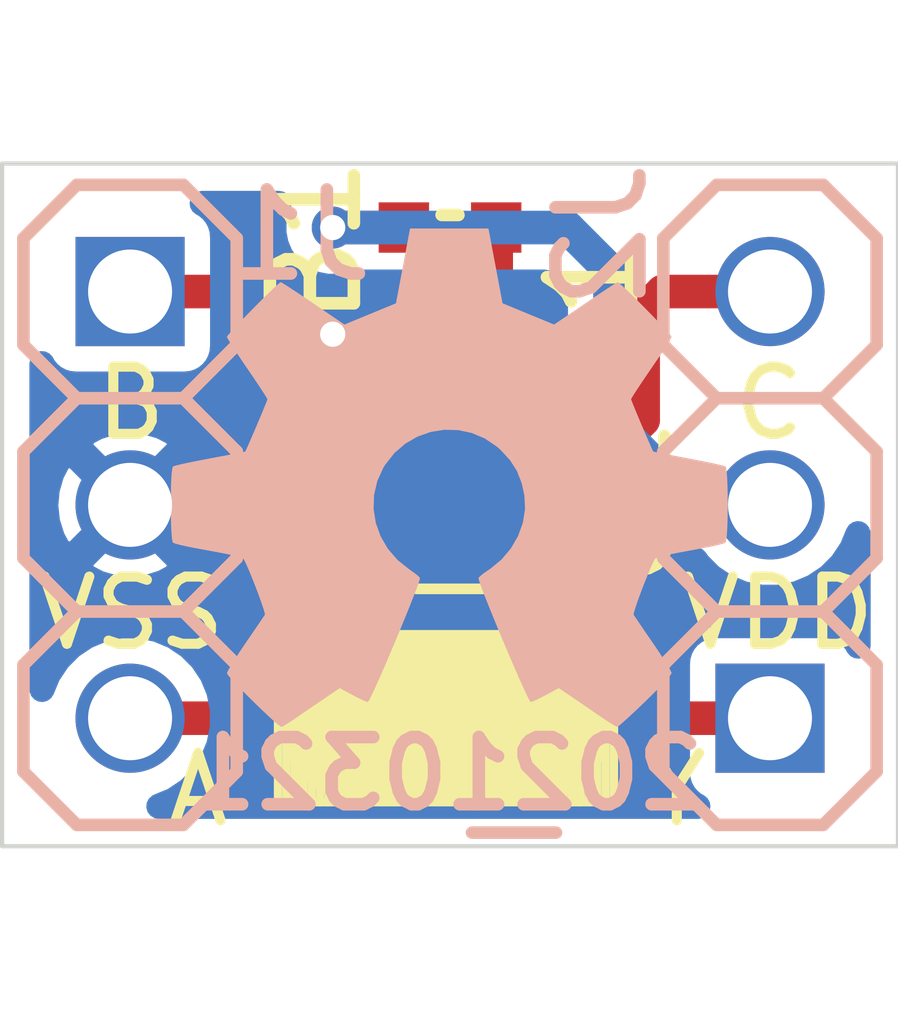
<source format=kicad_pcb>
(kicad_pcb (version 20171130) (host pcbnew 5.1.9-73d0e3b20d~88~ubuntu20.10.1)

  (general
    (thickness 1.6)
    (drawings 10)
    (tracks 40)
    (zones 0)
    (modules 8)
    (nets 8)
  )

  (page A4)
  (layers
    (0 F.Cu signal)
    (31 B.Cu signal)
    (32 B.Adhes user)
    (33 F.Adhes user)
    (34 B.Paste user)
    (35 F.Paste user)
    (36 B.SilkS user)
    (37 F.SilkS user)
    (38 B.Mask user)
    (39 F.Mask user)
    (40 Dwgs.User user)
    (41 Cmts.User user)
    (42 Eco1.User user)
    (43 Eco2.User user)
    (44 Edge.Cuts user)
    (45 Margin user)
    (46 B.CrtYd user)
    (47 F.CrtYd user)
    (48 B.Fab user)
    (49 F.Fab user)
  )

  (setup
    (last_trace_width 0.4)
    (user_trace_width 0.2)
    (user_trace_width 0.3)
    (user_trace_width 0.4)
    (user_trace_width 0.6)
    (user_trace_width 0.8)
    (user_trace_width 1)
    (user_trace_width 1.2)
    (user_trace_width 1.4)
    (user_trace_width 1.6)
    (user_trace_width 2)
    (trace_clearance 0.2)
    (zone_clearance 0.3)
    (zone_45_only no)
    (trace_min 0.1524)
    (via_size 0.8)
    (via_drill 0.4)
    (via_min_size 0.381)
    (via_min_drill 0.254)
    (user_via 0.4 0.254)
    (user_via 0.5 0.3)
    (user_via 0.6 0.4)
    (user_via 0.8 0.6)
    (user_via 1.1 0.8)
    (user_via 1.3 1)
    (user_via 1.5 1.2)
    (user_via 1.7 1.4)
    (user_via 1.9 1.6)
    (user_via 2.5 2)
    (uvia_size 0.3)
    (uvia_drill 0.1)
    (uvias_allowed no)
    (uvia_min_size 0.2)
    (uvia_min_drill 0.1)
    (edge_width 0.05)
    (segment_width 0.2)
    (pcb_text_width 0.3)
    (pcb_text_size 1.5 1.5)
    (mod_edge_width 0.12)
    (mod_text_size 0.8 0.8)
    (mod_text_width 0.12)
    (pad_size 0.4 0.6)
    (pad_drill 0)
    (pad_to_mask_clearance 0.0762)
    (solder_mask_min_width 0.1016)
    (pad_to_paste_clearance_ratio -0.1)
    (aux_axis_origin 0 0)
    (visible_elements FFFFFF7F)
    (pcbplotparams
      (layerselection 0x010fc_ffffffff)
      (usegerberextensions false)
      (usegerberattributes true)
      (usegerberadvancedattributes true)
      (creategerberjobfile true)
      (excludeedgelayer true)
      (linewidth 0.100000)
      (plotframeref false)
      (viasonmask false)
      (mode 1)
      (useauxorigin false)
      (hpglpennumber 1)
      (hpglpenspeed 20)
      (hpglpendiameter 15.000000)
      (psnegative false)
      (psa4output false)
      (plotreference true)
      (plotvalue true)
      (plotinvisibletext false)
      (padsonsilk false)
      (subtractmaskfromsilk false)
      (outputformat 1)
      (mirror false)
      (drillshape 1)
      (scaleselection 1)
      (outputdirectory ""))
  )

  (net 0 "")
  (net 1 /VSS)
  (net 2 "Net-(C1-Pad1)")
  (net 3 /VDD)
  (net 4 /A)
  (net 5 /B)
  (net 6 /C)
  (net 7 /Y)

  (net_class Default "This is the default net class."
    (clearance 0.2)
    (trace_width 0.25)
    (via_dia 0.8)
    (via_drill 0.4)
    (uvia_dia 0.3)
    (uvia_drill 0.1)
    (add_net /A)
    (add_net /B)
    (add_net /C)
    (add_net /VDD)
    (add_net /VSS)
    (add_net /Y)
    (add_net "Net-(C1-Pad1)")
  )

  (module SquantorIC:SOT363 (layer F.Cu) (tedit 6057633D) (tstamp 6057C241)
    (at 152.4 80.01 270)
    (descr "SOT363 Plastic surface-mounted package; 6 leads SC-88 NXP specified")
    (tags "SOT363 SC-88 NXP")
    (path /6057600F)
    (fp_text reference U1 (at -0.01 -2.1 90) (layer F.SilkS)
      (effects (font (size 1 1) (thickness 0.15)))
    )
    (fp_text value Generic_LL_6pin (at 0.09 -2 90) (layer F.Fab)
      (effects (font (size 1 1) (thickness 0.15)))
    )
    (fp_line (start -1.3 1.5) (end -1.3 -1.5) (layer F.CrtYd) (width 0.05))
    (fp_line (start 1.3 1.5) (end -1.3 1.5) (layer F.CrtYd) (width 0.05))
    (fp_line (start 1.3 -1.5) (end 1.3 1.5) (layer F.CrtYd) (width 0.05))
    (fp_line (start -1.3 -1.5) (end 1.3 -1.5) (layer F.CrtYd) (width 0.05))
    (fp_poly (pts (xy -0.775 -0.625) (xy -0.525 -0.625) (xy -0.525 -0.925) (xy -0.775 -0.925)) (layer Dwgs.User) (width 0))
    (fp_poly (pts (xy -0.775 0.925) (xy -0.525 0.925) (xy -0.525 0.625) (xy -0.775 0.625)) (layer Dwgs.User) (width 0))
    (fp_poly (pts (xy 0.525 0.925) (xy 0.775 0.925) (xy 0.775 0.625) (xy 0.525 0.625)) (layer Dwgs.User) (width 0))
    (fp_poly (pts (xy -0.125 0.925) (xy 0.125 0.925) (xy 0.125 0.625) (xy -0.125 0.625)) (layer Dwgs.User) (width 0))
    (fp_poly (pts (xy 0.525 -0.625) (xy 0.775 -0.625) (xy 0.775 -0.925) (xy 0.525 -0.925)) (layer Dwgs.User) (width 0))
    (fp_poly (pts (xy -0.125 -0.625) (xy 0.125 -0.625) (xy 0.125 -0.925) (xy -0.125 -0.925)) (layer Dwgs.User) (width 0))
    (fp_line (start -1 0.4) (end -1 -0.4) (layer F.SilkS) (width 0.127))
    (fp_line (start 1 0.4) (end 1 -0.4) (layer F.SilkS) (width 0.127))
    (fp_line (start 1 0.625) (end -1 0.625) (layer Dwgs.User) (width 0.127))
    (fp_line (start -1 -0.625) (end 1 -0.625) (layer Dwgs.User) (width 0.127))
    (fp_line (start 1 0.625) (end 1 -0.625) (layer Dwgs.User) (width 0.127))
    (fp_line (start -1 -0.625) (end -1 0.625) (layer Dwgs.User) (width 0.127))
    (fp_line (start -1.3 1.5) (end -1.3 1) (layer F.SilkS) (width 0.12))
    (fp_line (start -1.3 1.5) (end -0.8 1.5) (layer F.SilkS) (width 0.12))
    (pad 3 smd rect (at 0.75 0.9 270) (size 0.6 0.6) (layers F.Cu F.Paste F.Mask)
      (net 4 /A))
    (pad 2 smd rect (at 0 0.9 270) (size 0.4 0.6) (layers F.Cu F.Paste F.Mask)
      (net 1 /VSS) (zone_connect 2))
    (pad 1 smd rect (at -0.75 0.9 270) (size 0.6 0.6) (layers F.Cu F.Paste F.Mask)
      (net 5 /B))
    (pad 4 smd rect (at 0.75 -0.9 270) (size 0.6 0.6) (layers F.Cu F.Paste F.Mask)
      (net 7 /Y))
    (pad 5 smd rect (at 0 -0.9 270) (size 0.4 0.6) (layers F.Cu F.Paste F.Mask)
      (net 2 "Net-(C1-Pad1)"))
    (pad 6 smd rect (at -0.75 -0.9 270) (size 0.6 0.6) (layers F.Cu F.Paste F.Mask)
      (net 6 /C))
    (model ${KISYS3DMOD}/Package_TO_SOT_SMD.3dshapes/SOT-363_SC-70-6.step
      (at (xyz 0 0 0))
      (scale (xyz 1 1 1))
      (rotate (xyz 0 0 90))
    )
  )

  (module SquantorLabels:Label_Note_small (layer F.Cu) (tedit 59D3F481) (tstamp 6057C225)
    (at 149.352 82.55)
    (path /6062FA2E)
    (fp_text reference N3 (at -0.05 -2.3) (layer F.Fab) hide
      (effects (font (size 1 1) (thickness 0.15)))
    )
    (fp_text value Type (at 3.154001 0) (layer F.SilkS)
      (effects (font (size 1 1) (thickness 0.15)))
    )
    (fp_line (start 4.9 -1) (end 4.9 1) (layer F.SilkS) (width 0.1))
    (fp_line (start 4.8 -1) (end 4.9 -1) (layer F.SilkS) (width 0.1))
    (fp_line (start 4.8 1) (end 4.8 -1) (layer F.SilkS) (width 0.1))
    (fp_line (start 4.7 -1) (end 4.7 1) (layer F.SilkS) (width 0.1))
    (fp_line (start 4.6 1) (end 4.6 -1) (layer F.SilkS) (width 0.1))
    (fp_line (start 4.5 -1) (end 4.5 1) (layer F.SilkS) (width 0.1))
    (fp_line (start 4.4 1) (end 4.4 -1) (layer F.SilkS) (width 0.1))
    (fp_line (start 4.3 -1) (end 4.3 1) (layer F.SilkS) (width 0.1))
    (fp_line (start 1.7 1) (end 1.7 -1) (layer F.SilkS) (width 0.1))
    (fp_line (start 1.6 -1) (end 1.6 1) (layer F.SilkS) (width 0.1))
    (fp_line (start 1.5 1) (end 1.5 -1) (layer F.SilkS) (width 0.1))
    (fp_line (start 1.4 -1) (end 1.4 1) (layer F.SilkS) (width 0.1))
    (fp_line (start 1.3 1) (end 1.3 -1) (layer F.SilkS) (width 0.1))
    (fp_line (start 1.2 -1) (end 1.2 1) (layer F.SilkS) (width 0.1))
    (fp_line (start 1.1 1) (end 1.1 -1) (layer F.SilkS) (width 0.1))
    (fp_line (start 1 1) (end 1 -1) (layer F.SilkS) (width 0.1))
    (fp_line (start 5 1) (end 1 1) (layer F.SilkS) (width 0.1))
    (fp_line (start 5 -1) (end 5 1) (layer F.SilkS) (width 0.1))
    (fp_line (start 1 -1) (end 5 -1) (layer F.SilkS) (width 0.1))
    (fp_line (start 2 0) (end 4 0) (layer F.SilkS) (width 2))
  )

  (module SquantorConnectors:Header-0254-1X03-H010 (layer B.Cu) (tedit 5BE2003D) (tstamp 6057C201)
    (at 156.21 80.01 90)
    (descr "PIN HEADER")
    (tags "PIN HEADER")
    (path /60578A32)
    (attr virtual)
    (fp_text reference J2 (at 3.21 -2.01 270) (layer B.SilkS)
      (effects (font (size 1 1) (thickness 0.15)) (justify mirror))
    )
    (fp_text value Conn_01x03 (at 0 -2.1 270) (layer B.Fab)
      (effects (font (size 1 1) (thickness 0.15)) (justify mirror))
    )
    (fp_line (start -3.175 1.27) (end -1.905 1.27) (layer B.SilkS) (width 0.15))
    (fp_line (start -1.905 1.27) (end -1.27 0.635) (layer B.SilkS) (width 0.15))
    (fp_line (start -1.27 0.635) (end -1.27 -0.635) (layer B.SilkS) (width 0.15))
    (fp_line (start -1.27 -0.635) (end -1.905 -1.27) (layer B.SilkS) (width 0.15))
    (fp_line (start -1.27 0.635) (end -0.635 1.27) (layer B.SilkS) (width 0.15))
    (fp_line (start -0.635 1.27) (end 0.635 1.27) (layer B.SilkS) (width 0.15))
    (fp_line (start 0.635 1.27) (end 1.27 0.635) (layer B.SilkS) (width 0.15))
    (fp_line (start 1.27 0.635) (end 1.27 -0.635) (layer B.SilkS) (width 0.15))
    (fp_line (start 1.27 -0.635) (end 0.635 -1.27) (layer B.SilkS) (width 0.15))
    (fp_line (start 0.635 -1.27) (end -0.635 -1.27) (layer B.SilkS) (width 0.15))
    (fp_line (start -0.635 -1.27) (end -1.27 -0.635) (layer B.SilkS) (width 0.15))
    (fp_line (start -3.81 0.635) (end -3.81 -0.635) (layer B.SilkS) (width 0.15))
    (fp_line (start -3.175 1.27) (end -3.81 0.635) (layer B.SilkS) (width 0.15))
    (fp_line (start -3.81 -0.635) (end -3.175 -1.27) (layer B.SilkS) (width 0.15))
    (fp_line (start -1.905 -1.27) (end -3.175 -1.27) (layer B.SilkS) (width 0.15))
    (fp_line (start 1.27 0.635) (end 1.905 1.27) (layer B.SilkS) (width 0.15))
    (fp_line (start 1.905 1.27) (end 3.175 1.27) (layer B.SilkS) (width 0.15))
    (fp_line (start 3.175 1.27) (end 3.81 0.635) (layer B.SilkS) (width 0.15))
    (fp_line (start 3.81 0.635) (end 3.81 -0.635) (layer B.SilkS) (width 0.15))
    (fp_line (start 3.81 -0.635) (end 3.175 -1.27) (layer B.SilkS) (width 0.15))
    (fp_line (start 3.175 -1.27) (end 1.905 -1.27) (layer B.SilkS) (width 0.15))
    (fp_line (start 1.905 -1.27) (end 1.27 -0.635) (layer B.SilkS) (width 0.15))
    (pad 3 thru_hole circle (at 2.54 0 270) (size 1.3 1.3) (drill 1) (layers *.Cu *.Mask)
      (net 6 /C))
    (pad 2 thru_hole circle (at 0 0 270) (size 1.3 1.3) (drill 1) (layers *.Cu *.Mask)
      (net 3 /VDD))
    (pad 1 thru_hole rect (at -2.54 0 270) (size 1.3 1.3) (drill 1) (layers *.Cu *.Mask)
      (net 7 /Y))
  )

  (module SquantorConnectors:Header-0254-1X03-H010 (layer B.Cu) (tedit 5BE2003D) (tstamp 6057C1E4)
    (at 148.59 80.01 270)
    (descr "PIN HEADER")
    (tags "PIN HEADER")
    (path /605792D7)
    (attr virtual)
    (fp_text reference J1 (at -3.21 -2.01) (layer B.SilkS)
      (effects (font (size 1 1) (thickness 0.15)) (justify mirror))
    )
    (fp_text value Conn_01x03 (at 0 -2.1 270) (layer B.Fab)
      (effects (font (size 1 1) (thickness 0.15)) (justify mirror))
    )
    (fp_line (start -3.175 1.27) (end -1.905 1.27) (layer B.SilkS) (width 0.15))
    (fp_line (start -1.905 1.27) (end -1.27 0.635) (layer B.SilkS) (width 0.15))
    (fp_line (start -1.27 0.635) (end -1.27 -0.635) (layer B.SilkS) (width 0.15))
    (fp_line (start -1.27 -0.635) (end -1.905 -1.27) (layer B.SilkS) (width 0.15))
    (fp_line (start -1.27 0.635) (end -0.635 1.27) (layer B.SilkS) (width 0.15))
    (fp_line (start -0.635 1.27) (end 0.635 1.27) (layer B.SilkS) (width 0.15))
    (fp_line (start 0.635 1.27) (end 1.27 0.635) (layer B.SilkS) (width 0.15))
    (fp_line (start 1.27 0.635) (end 1.27 -0.635) (layer B.SilkS) (width 0.15))
    (fp_line (start 1.27 -0.635) (end 0.635 -1.27) (layer B.SilkS) (width 0.15))
    (fp_line (start 0.635 -1.27) (end -0.635 -1.27) (layer B.SilkS) (width 0.15))
    (fp_line (start -0.635 -1.27) (end -1.27 -0.635) (layer B.SilkS) (width 0.15))
    (fp_line (start -3.81 0.635) (end -3.81 -0.635) (layer B.SilkS) (width 0.15))
    (fp_line (start -3.175 1.27) (end -3.81 0.635) (layer B.SilkS) (width 0.15))
    (fp_line (start -3.81 -0.635) (end -3.175 -1.27) (layer B.SilkS) (width 0.15))
    (fp_line (start -1.905 -1.27) (end -3.175 -1.27) (layer B.SilkS) (width 0.15))
    (fp_line (start 1.27 0.635) (end 1.905 1.27) (layer B.SilkS) (width 0.15))
    (fp_line (start 1.905 1.27) (end 3.175 1.27) (layer B.SilkS) (width 0.15))
    (fp_line (start 3.175 1.27) (end 3.81 0.635) (layer B.SilkS) (width 0.15))
    (fp_line (start 3.81 0.635) (end 3.81 -0.635) (layer B.SilkS) (width 0.15))
    (fp_line (start 3.81 -0.635) (end 3.175 -1.27) (layer B.SilkS) (width 0.15))
    (fp_line (start 3.175 -1.27) (end 1.905 -1.27) (layer B.SilkS) (width 0.15))
    (fp_line (start 1.905 -1.27) (end 1.27 -0.635) (layer B.SilkS) (width 0.15))
    (pad 3 thru_hole circle (at 2.54 0 90) (size 1.3 1.3) (drill 1) (layers *.Cu *.Mask)
      (net 4 /A))
    (pad 2 thru_hole circle (at 0 0 90) (size 1.3 1.3) (drill 1) (layers *.Cu *.Mask)
      (net 1 /VSS))
    (pad 1 thru_hole rect (at -2.54 0 90) (size 1.3 1.3) (drill 1) (layers *.Cu *.Mask)
      (net 5 /B))
  )

  (module SquantorRcl:L_0402 (layer F.Cu) (tedit 5D554A2D) (tstamp 6057C1C7)
    (at 152.4 76.708 180)
    (descr "Inductor SMD 0402")
    (tags "Inductor 0402")
    (path /605770DE)
    (attr smd)
    (fp_text reference FB1 (at 1.6 -0.592 90) (layer F.SilkS)
      (effects (font (size 1 1) (thickness 0.15)))
    )
    (fp_text value 600 (at 1.6 -0.592 90) (layer F.Fab)
      (effects (font (size 1 1) (thickness 0.15)))
    )
    (fp_line (start -0.5 0.25) (end -0.5 -0.25) (layer F.Fab) (width 0.1))
    (fp_line (start 0.5 0.25) (end -0.5 0.25) (layer F.Fab) (width 0.1))
    (fp_line (start 0.5 -0.25) (end 0.5 0.25) (layer F.Fab) (width 0.1))
    (fp_line (start -0.5 -0.25) (end 0.5 -0.25) (layer F.Fab) (width 0.1))
    (fp_line (start -1.1 -0.55) (end 1.1 -0.55) (layer F.CrtYd) (width 0.05))
    (fp_line (start -1.1 0.55) (end 1.1 0.55) (layer F.CrtYd) (width 0.05))
    (fp_line (start -1.1 -0.55) (end -1.1 0.55) (layer F.CrtYd) (width 0.05))
    (fp_line (start 1.1 -0.55) (end 1.1 0.55) (layer F.CrtYd) (width 0.05))
    (fp_line (start -0.1 -0.15) (end 0.1 -0.15) (layer F.SilkS) (width 0.15))
    (fp_line (start -0.1 0.15) (end 0.1 0.15) (layer F.SilkS) (width 0.15))
    (pad 2 smd rect (at 0.55 0 180) (size 0.6 0.6) (layers F.Cu F.Paste F.Mask)
      (net 3 /VDD))
    (pad 1 smd rect (at -0.55 0 180) (size 0.6 0.6) (layers F.Cu F.Paste F.Mask)
      (net 2 "Net-(C1-Pad1)"))
    (model ${KISYS3DMOD}/Inductor_SMD.3dshapes/L_0402_1005Metric.step
      (at (xyz 0 0 0))
      (scale (xyz 1 1 1))
      (rotate (xyz 0 0 0))
    )
  )

  (module SquantorRcl:C_0402 (layer F.Cu) (tedit 5D442507) (tstamp 6057C1B7)
    (at 152.4 77.978 180)
    (descr "Capacitor SMD 0402, reflow soldering, AVX (see smccp.pdf)")
    (tags "capacitor 0402")
    (path /60576770)
    (zone_connect 2)
    (attr smd)
    (fp_text reference C1 (at -1.7 0.178 90) (layer F.SilkS)
      (effects (font (size 1 1) (thickness 0.15)))
    )
    (fp_text value 1u (at -1.7 0.078 90) (layer F.Fab)
      (effects (font (size 1 1) (thickness 0.15)))
    )
    (fp_line (start -0.5 0.25) (end -0.5 -0.25) (layer F.Fab) (width 0.1))
    (fp_line (start 0.5 0.25) (end -0.5 0.25) (layer F.Fab) (width 0.1))
    (fp_line (start 0.5 -0.25) (end 0.5 0.25) (layer F.Fab) (width 0.1))
    (fp_line (start -0.5 -0.25) (end 0.5 -0.25) (layer F.Fab) (width 0.1))
    (fp_line (start -1.1 -0.55) (end 1.1 -0.55) (layer F.CrtYd) (width 0.05))
    (fp_line (start -1.1 0.55) (end 1.1 0.55) (layer F.CrtYd) (width 0.05))
    (fp_line (start -1.1 -0.55) (end -1.1 0.55) (layer F.CrtYd) (width 0.05))
    (fp_line (start 1.1 -0.55) (end 1.1 0.55) (layer F.CrtYd) (width 0.05))
    (fp_line (start 0 -0.2) (end 0 0.2) (layer F.SilkS) (width 0.15))
    (pad 2 smd rect (at 0.55 0 180) (size 0.6 0.6) (layers F.Cu F.Paste F.Mask)
      (net 1 /VSS) (zone_connect 2))
    (pad 1 smd rect (at -0.55 0 180) (size 0.6 0.6) (layers F.Cu F.Paste F.Mask)
      (net 2 "Net-(C1-Pad1)") (zone_connect 2))
    (model ${KISYS3DMOD}/Capacitor_SMD.3dshapes/C_0402_1005Metric.step
      (at (xyz 0 0 0))
      (scale (xyz 1 1 1))
      (rotate (xyz 0 0 0))
    )
  )

  (module Symbol:OSHW-Symbol_6.7x6mm_SilkScreen (layer B.Cu) (tedit 0) (tstamp 5EE12086)
    (at 152.4 79.7 180)
    (descr "Open Source Hardware Symbol")
    (tags "Logo Symbol OSHW")
    (path /5EE13678)
    (attr virtual)
    (fp_text reference N2 (at 0 0) (layer B.SilkS) hide
      (effects (font (size 1 1) (thickness 0.15)) (justify mirror))
    )
    (fp_text value OHWLOGO (at 0.75 0) (layer B.Fab) hide
      (effects (font (size 1 1) (thickness 0.15)) (justify mirror))
    )
    (fp_poly (pts (xy 0.555814 2.531069) (xy 0.639635 2.086445) (xy 0.94892 1.958947) (xy 1.258206 1.831449)
      (xy 1.629246 2.083754) (xy 1.733157 2.154004) (xy 1.827087 2.216728) (xy 1.906652 2.269062)
      (xy 1.96747 2.308143) (xy 2.005157 2.331107) (xy 2.015421 2.336058) (xy 2.03391 2.323324)
      (xy 2.07342 2.288118) (xy 2.129522 2.234938) (xy 2.197787 2.168282) (xy 2.273786 2.092646)
      (xy 2.353092 2.012528) (xy 2.431275 1.932426) (xy 2.503907 1.856836) (xy 2.566559 1.790255)
      (xy 2.614803 1.737182) (xy 2.64421 1.702113) (xy 2.651241 1.690377) (xy 2.641123 1.66874)
      (xy 2.612759 1.621338) (xy 2.569129 1.552807) (xy 2.513218 1.467785) (xy 2.448006 1.370907)
      (xy 2.410219 1.31565) (xy 2.341343 1.214752) (xy 2.28014 1.123701) (xy 2.229578 1.04703)
      (xy 2.192628 0.989272) (xy 2.172258 0.954957) (xy 2.169197 0.947746) (xy 2.176136 0.927252)
      (xy 2.195051 0.879487) (xy 2.223087 0.811168) (xy 2.257391 0.729011) (xy 2.295109 0.63973)
      (xy 2.333387 0.550042) (xy 2.36937 0.466662) (xy 2.400206 0.396306) (xy 2.423039 0.34569)
      (xy 2.435017 0.321529) (xy 2.435724 0.320578) (xy 2.454531 0.315964) (xy 2.504618 0.305672)
      (xy 2.580793 0.290713) (xy 2.677865 0.272099) (xy 2.790643 0.250841) (xy 2.856442 0.238582)
      (xy 2.97695 0.215638) (xy 3.085797 0.193805) (xy 3.177476 0.174278) (xy 3.246481 0.158252)
      (xy 3.287304 0.146921) (xy 3.295511 0.143326) (xy 3.303548 0.118994) (xy 3.310033 0.064041)
      (xy 3.31497 -0.015108) (xy 3.318364 -0.112026) (xy 3.320218 -0.220287) (xy 3.320538 -0.333465)
      (xy 3.319327 -0.445135) (xy 3.31659 -0.548868) (xy 3.312331 -0.638241) (xy 3.306555 -0.706826)
      (xy 3.299267 -0.748197) (xy 3.294895 -0.75681) (xy 3.268764 -0.767133) (xy 3.213393 -0.781892)
      (xy 3.136107 -0.799352) (xy 3.04423 -0.81778) (xy 3.012158 -0.823741) (xy 2.857524 -0.852066)
      (xy 2.735375 -0.874876) (xy 2.641673 -0.89308) (xy 2.572384 -0.907583) (xy 2.523471 -0.919292)
      (xy 2.490897 -0.929115) (xy 2.470628 -0.937956) (xy 2.458626 -0.946724) (xy 2.456947 -0.948457)
      (xy 2.440184 -0.976371) (xy 2.414614 -1.030695) (xy 2.382788 -1.104777) (xy 2.34726 -1.191965)
      (xy 2.310583 -1.285608) (xy 2.275311 -1.379052) (xy 2.243996 -1.465647) (xy 2.219193 -1.53874)
      (xy 2.203454 -1.591678) (xy 2.199332 -1.617811) (xy 2.199676 -1.618726) (xy 2.213641 -1.640086)
      (xy 2.245322 -1.687084) (xy 2.291391 -1.754827) (xy 2.348518 -1.838423) (xy 2.413373 -1.932982)
      (xy 2.431843 -1.959854) (xy 2.497699 -2.057275) (xy 2.55565 -2.146163) (xy 2.602538 -2.221412)
      (xy 2.635207 -2.27792) (xy 2.6505 -2.310581) (xy 2.651241 -2.314593) (xy 2.638392 -2.335684)
      (xy 2.602888 -2.377464) (xy 2.549293 -2.435445) (xy 2.482171 -2.505135) (xy 2.406087 -2.582045)
      (xy 2.325604 -2.661683) (xy 2.245287 -2.739561) (xy 2.169699 -2.811186) (xy 2.103405 -2.87207)
      (xy 2.050969 -2.917721) (xy 2.016955 -2.94365) (xy 2.007545 -2.947883) (xy 1.985643 -2.937912)
      (xy 1.9408 -2.91102) (xy 1.880321 -2.871736) (xy 1.833789 -2.840117) (xy 1.749475 -2.782098)
      (xy 1.649626 -2.713784) (xy 1.549473 -2.645579) (xy 1.495627 -2.609075) (xy 1.313371 -2.4858)
      (xy 1.160381 -2.56852) (xy 1.090682 -2.604759) (xy 1.031414 -2.632926) (xy 0.991311 -2.648991)
      (xy 0.981103 -2.651226) (xy 0.968829 -2.634722) (xy 0.944613 -2.588082) (xy 0.910263 -2.515609)
      (xy 0.867588 -2.421606) (xy 0.818394 -2.310374) (xy 0.76449 -2.186215) (xy 0.707684 -2.053432)
      (xy 0.649782 -1.916327) (xy 0.592593 -1.779202) (xy 0.537924 -1.646358) (xy 0.487584 -1.522098)
      (xy 0.44338 -1.410725) (xy 0.407119 -1.316539) (xy 0.380609 -1.243844) (xy 0.365658 -1.196941)
      (xy 0.363254 -1.180833) (xy 0.382311 -1.160286) (xy 0.424036 -1.126933) (xy 0.479706 -1.087702)
      (xy 0.484378 -1.084599) (xy 0.628264 -0.969423) (xy 0.744283 -0.835053) (xy 0.83143 -0.685784)
      (xy 0.888699 -0.525913) (xy 0.915086 -0.359737) (xy 0.909585 -0.191552) (xy 0.87119 -0.025655)
      (xy 0.798895 0.133658) (xy 0.777626 0.168513) (xy 0.666996 0.309263) (xy 0.536302 0.422286)
      (xy 0.390064 0.506997) (xy 0.232808 0.562806) (xy 0.069057 0.589126) (xy -0.096667 0.58537)
      (xy -0.259838 0.55095) (xy -0.415935 0.485277) (xy -0.560433 0.387765) (xy -0.605131 0.348187)
      (xy -0.718888 0.224297) (xy -0.801782 0.093876) (xy -0.858644 -0.052315) (xy -0.890313 -0.197088)
      (xy -0.898131 -0.35986) (xy -0.872062 -0.52344) (xy -0.814755 -0.682298) (xy -0.728856 -0.830906)
      (xy -0.617014 -0.963735) (xy -0.481877 -1.075256) (xy -0.464117 -1.087011) (xy -0.40785 -1.125508)
      (xy -0.365077 -1.158863) (xy -0.344628 -1.18016) (xy -0.344331 -1.180833) (xy -0.348721 -1.203871)
      (xy -0.366124 -1.256157) (xy -0.394732 -1.33339) (xy -0.432735 -1.431268) (xy -0.478326 -1.545491)
      (xy -0.529697 -1.671758) (xy -0.585038 -1.805767) (xy -0.642542 -1.943218) (xy -0.700399 -2.079808)
      (xy -0.756802 -2.211237) (xy -0.809942 -2.333205) (xy -0.85801 -2.441409) (xy -0.899199 -2.531549)
      (xy -0.931699 -2.599323) (xy -0.953703 -2.64043) (xy -0.962564 -2.651226) (xy -0.98964 -2.642819)
      (xy -1.040303 -2.620272) (xy -1.105817 -2.587613) (xy -1.141841 -2.56852) (xy -1.294832 -2.4858)
      (xy -1.477088 -2.609075) (xy -1.570125 -2.672228) (xy -1.671985 -2.741727) (xy -1.767438 -2.807165)
      (xy -1.81525 -2.840117) (xy -1.882495 -2.885273) (xy -1.939436 -2.921057) (xy -1.978646 -2.942938)
      (xy -1.991381 -2.947563) (xy -2.009917 -2.935085) (xy -2.050941 -2.900252) (xy -2.110475 -2.846678)
      (xy -2.184542 -2.777983) (xy -2.269165 -2.697781) (xy -2.322685 -2.646286) (xy -2.416319 -2.554286)
      (xy -2.497241 -2.471999) (xy -2.562177 -2.402945) (xy -2.607858 -2.350644) (xy -2.631011 -2.318616)
      (xy -2.633232 -2.312116) (xy -2.622924 -2.287394) (xy -2.594439 -2.237405) (xy -2.550937 -2.167212)
      (xy -2.495577 -2.081875) (xy -2.43152 -1.986456) (xy -2.413303 -1.959854) (xy -2.346927 -1.863167)
      (xy -2.287378 -1.776117) (xy -2.237984 -1.703595) (xy -2.202075 -1.650493) (xy -2.182981 -1.621703)
      (xy -2.181136 -1.618726) (xy -2.183895 -1.595782) (xy -2.198538 -1.545336) (xy -2.222513 -1.474041)
      (xy -2.253266 -1.388547) (xy -2.288244 -1.295507) (xy -2.324893 -1.201574) (xy -2.360661 -1.113399)
      (xy -2.392994 -1.037634) (xy -2.419338 -0.980931) (xy -2.437142 -0.949943) (xy -2.438407 -0.948457)
      (xy -2.449294 -0.939601) (xy -2.467682 -0.930843) (xy -2.497606 -0.921277) (xy -2.543103 -0.909996)
      (xy -2.608209 -0.896093) (xy -2.696961 -0.878663) (xy -2.813393 -0.856798) (xy -2.961542 -0.829591)
      (xy -2.993618 -0.823741) (xy -3.088686 -0.805374) (xy -3.171565 -0.787405) (xy -3.23493 -0.771569)
      (xy -3.271458 -0.7596) (xy -3.276356 -0.75681) (xy -3.284427 -0.732072) (xy -3.290987 -0.67679)
      (xy -3.296033 -0.597389) (xy -3.299559 -0.500296) (xy -3.301561 -0.391938) (xy -3.302036 -0.27874)
      (xy -3.300977 -0.167128) (xy -3.298382 -0.063529) (xy -3.294246 0.025632) (xy -3.288563 0.093928)
      (xy -3.281331 0.134934) (xy -3.276971 0.143326) (xy -3.252698 0.151792) (xy -3.197426 0.165565)
      (xy -3.116662 0.18345) (xy -3.015912 0.204252) (xy -2.900683 0.226777) (xy -2.837902 0.238582)
      (xy -2.718787 0.260849) (xy -2.612565 0.281021) (xy -2.524427 0.298085) (xy -2.459566 0.311031)
      (xy -2.423174 0.318845) (xy -2.417184 0.320578) (xy -2.407061 0.34011) (xy -2.385662 0.387157)
      (xy -2.355839 0.454997) (xy -2.320445 0.536909) (xy -2.282332 0.626172) (xy -2.244353 0.716065)
      (xy -2.20936 0.799865) (xy -2.180206 0.870853) (xy -2.159743 0.922306) (xy -2.150823 0.947503)
      (xy -2.150657 0.948604) (xy -2.160769 0.968481) (xy -2.189117 1.014223) (xy -2.232723 1.081283)
      (xy -2.288606 1.165116) (xy -2.353787 1.261174) (xy -2.391679 1.31635) (xy -2.460725 1.417519)
      (xy -2.52205 1.50937) (xy -2.572663 1.587256) (xy -2.609571 1.646531) (xy -2.629782 1.682549)
      (xy -2.632701 1.690623) (xy -2.620153 1.709416) (xy -2.585463 1.749543) (xy -2.533063 1.806507)
      (xy -2.467384 1.875815) (xy -2.392856 1.952969) (xy -2.313913 2.033475) (xy -2.234983 2.112837)
      (xy -2.1605 2.18656) (xy -2.094894 2.250148) (xy -2.042596 2.299106) (xy -2.008039 2.328939)
      (xy -1.996478 2.336058) (xy -1.977654 2.326047) (xy -1.932631 2.297922) (xy -1.865787 2.254546)
      (xy -1.781499 2.198782) (xy -1.684144 2.133494) (xy -1.610707 2.083754) (xy -1.239667 1.831449)
      (xy -0.621095 2.086445) (xy -0.537275 2.531069) (xy -0.453454 2.975693) (xy 0.471994 2.975693)
      (xy 0.555814 2.531069)) (layer B.SilkS) (width 0.01))
  )

  (module SquantorLabels:Label_Generic (layer B.Cu) (tedit 5D8A7D4C) (tstamp 5EE12051)
    (at 153.162 83.312 180)
    (descr "Label for general purpose use")
    (tags Label)
    (path /5EE12BF3)
    (attr smd)
    (fp_text reference N1 (at 0 -1.85) (layer B.Fab) hide
      (effects (font (size 1 1) (thickness 0.15)) (justify mirror))
    )
    (fp_text value 20210321 (at 0.8 0.1) (layer B.SilkS)
      (effects (font (size 0.8 0.8) (thickness 0.15)) (justify mirror))
    )
    (fp_line (start -0.5 -0.6) (end 0.5 -0.6) (layer B.SilkS) (width 0.15))
  )

  (gr_text Y (at 155.1 83.4) (layer F.SilkS)
    (effects (font (size 0.8 0.8) (thickness 0.12)))
  )
  (gr_text VDD (at 156.3 81.3) (layer F.SilkS)
    (effects (font (size 0.8 0.8) (thickness 0.12)))
  )
  (gr_text C (at 156.2 78.8) (layer F.SilkS)
    (effects (font (size 0.8 0.8) (thickness 0.12)))
  )
  (gr_text B (at 148.6 78.8) (layer F.SilkS)
    (effects (font (size 0.8 0.8) (thickness 0.12)))
  )
  (gr_text VSS (at 148.6 81.3) (layer F.SilkS)
    (effects (font (size 0.8 0.8) (thickness 0.12)))
  )
  (gr_text A (at 149.4 83.4) (layer F.SilkS)
    (effects (font (size 0.8 0.8) (thickness 0.12)))
  )
  (gr_line (start 147.066 84.074) (end 147.066 75.946) (layer Edge.Cuts) (width 0.05) (tstamp 6057C577))
  (gr_line (start 157.734 84.074) (end 147.066 84.074) (layer Edge.Cuts) (width 0.05))
  (gr_line (start 157.734 75.946) (end 157.734 84.074) (layer Edge.Cuts) (width 0.05))
  (gr_line (start 147.066 75.946) (end 157.734 75.946) (layer Edge.Cuts) (width 0.05))

  (via (at 151.003 77.978) (size 0.5) (drill 0.3) (layers F.Cu B.Cu) (net 1))
  (segment (start 151.003 77.978) (end 151.85 77.978) (width 0.4) (layer F.Cu) (net 1))
  (segment (start 151.85 78.35) (end 151.85 77.978) (width 0.2) (layer F.Cu) (net 1))
  (segment (start 152.2 78.7) (end 151.85 78.35) (width 0.2) (layer F.Cu) (net 1))
  (segment (start 152.2 79.8) (end 152.2 78.7) (width 0.2) (layer F.Cu) (net 1))
  (segment (start 151.99 80.01) (end 152.2 79.8) (width 0.2) (layer F.Cu) (net 1))
  (segment (start 151.5 80.01) (end 151.99 80.01) (width 0.2) (layer F.Cu) (net 1))
  (segment (start 152.95 77.978) (end 152.95 76.708) (width 0.4) (layer F.Cu) (net 2))
  (segment (start 152.6 79.8) (end 152.81 80.01) (width 0.2) (layer F.Cu) (net 2))
  (segment (start 152.6 78.7) (end 152.6 79.8) (width 0.2) (layer F.Cu) (net 2))
  (segment (start 152.81 80.01) (end 153.3 80.01) (width 0.2) (layer F.Cu) (net 2))
  (segment (start 152.95 78.35) (end 152.6 78.7) (width 0.2) (layer F.Cu) (net 2))
  (segment (start 152.95 77.978) (end 152.95 78.35) (width 0.2) (layer F.Cu) (net 2))
  (via (at 151.003 76.708) (size 0.5) (drill 0.3) (layers F.Cu B.Cu) (net 3))
  (segment (start 151.003 76.708) (end 151.85 76.708) (width 0.4) (layer F.Cu) (net 3))
  (segment (start 154.305 77.216) (end 153.797 76.708) (width 0.4) (layer B.Cu) (net 3))
  (segment (start 154.305 78.994) (end 154.305 77.216) (width 0.4) (layer B.Cu) (net 3))
  (segment (start 153.797 76.708) (end 151.003 76.708) (width 0.4) (layer B.Cu) (net 3))
  (segment (start 155.321 80.01) (end 154.305 78.994) (width 0.4) (layer B.Cu) (net 3))
  (segment (start 156.21 80.01) (end 155.321 80.01) (width 0.4) (layer B.Cu) (net 3))
  (segment (start 150.2 82.2) (end 149.85 82.55) (width 0.4) (layer F.Cu) (net 4))
  (segment (start 149.85 82.55) (end 148.59 82.55) (width 0.4) (layer F.Cu) (net 4))
  (segment (start 150.2 81.2) (end 150.2 82.2) (width 0.4) (layer F.Cu) (net 4))
  (segment (start 150.64 80.76) (end 150.2 81.2) (width 0.4) (layer F.Cu) (net 4))
  (segment (start 151.5 80.76) (end 150.64 80.76) (width 0.4) (layer F.Cu) (net 4))
  (segment (start 149.77 77.47) (end 148.59 77.47) (width 0.4) (layer F.Cu) (net 5))
  (segment (start 150.114 78.914) (end 150.114 77.814) (width 0.4) (layer F.Cu) (net 5))
  (segment (start 150.46 79.26) (end 150.114 78.914) (width 0.4) (layer F.Cu) (net 5))
  (segment (start 150.114 77.814) (end 149.77 77.47) (width 0.4) (layer F.Cu) (net 5))
  (segment (start 151.5 79.26) (end 150.46 79.26) (width 0.4) (layer F.Cu) (net 5))
  (segment (start 154.93 77.47) (end 156.21 77.47) (width 0.4) (layer F.Cu) (net 6))
  (segment (start 154.7 77.7) (end 154.93 77.47) (width 0.4) (layer F.Cu) (net 6))
  (segment (start 154.7 79) (end 154.7 77.7) (width 0.4) (layer F.Cu) (net 6))
  (segment (start 154.44 79.26) (end 154.7 79) (width 0.4) (layer F.Cu) (net 6))
  (segment (start 153.3 79.26) (end 154.44 79.26) (width 0.4) (layer F.Cu) (net 6))
  (segment (start 154.7 82.2) (end 155.05 82.55) (width 0.4) (layer F.Cu) (net 7))
  (segment (start 154.7 81.1) (end 154.7 82.2) (width 0.4) (layer F.Cu) (net 7))
  (segment (start 155.05 82.55) (end 156.21 82.55) (width 0.4) (layer F.Cu) (net 7))
  (segment (start 154.36 80.76) (end 154.7 81.1) (width 0.4) (layer F.Cu) (net 7))
  (segment (start 153.3 80.76) (end 154.36 80.76) (width 0.4) (layer F.Cu) (net 7))

  (zone (net 1) (net_name /VSS) (layer B.Cu) (tstamp 0) (hatch edge 0.508)
    (connect_pads (clearance 0.3))
    (min_thickness 0.3)
    (fill yes (arc_segments 32) (thermal_gap 0.2) (thermal_bridge_width 0.4))
    (polygon
      (pts
        (xy 157.734 84.074) (xy 147.066 84.074) (xy 147.066 75.946) (xy 157.734 75.946)
      )
    )
    (filled_polygon
      (pts
        (xy 150.329901 76.503818) (xy 150.303 76.639056) (xy 150.303 76.776944) (xy 150.329901 76.912182) (xy 150.382668 77.039574)
        (xy 150.459274 77.154224) (xy 150.556776 77.251726) (xy 150.671426 77.328332) (xy 150.798818 77.381099) (xy 150.934056 77.408)
        (xy 151.071944 77.408) (xy 151.207182 77.381099) (xy 151.262948 77.358) (xy 153.527762 77.358) (xy 153.655001 77.485239)
        (xy 153.655 78.962078) (xy 153.651856 78.994) (xy 153.655 79.025921) (xy 153.655 79.025931) (xy 153.664405 79.121421)
        (xy 153.674766 79.155575) (xy 153.701573 79.243947) (xy 153.76193 79.356868) (xy 153.79541 79.397663) (xy 153.843157 79.455843)
        (xy 153.867962 79.4762) (xy 154.838804 80.447043) (xy 154.859157 80.471843) (xy 154.883957 80.492196) (xy 154.883959 80.492198)
        (xy 154.958131 80.55307) (xy 155.071052 80.613427) (xy 155.193578 80.650595) (xy 155.289068 80.66) (xy 155.289078 80.66)
        (xy 155.321 80.663144) (xy 155.323307 80.662917) (xy 155.355575 80.711209) (xy 155.508791 80.864425) (xy 155.688955 80.984807)
        (xy 155.889142 81.067727) (xy 156.101659 81.11) (xy 156.318341 81.11) (xy 156.530858 81.067727) (xy 156.731045 80.984807)
        (xy 156.911209 80.864425) (xy 157.064425 80.711209) (xy 157.184807 80.531045) (xy 157.259001 80.351926) (xy 157.259001 81.691869)
        (xy 157.235971 81.648784) (xy 157.179737 81.580263) (xy 157.111216 81.524029) (xy 157.033041 81.482243) (xy 156.948215 81.456511)
        (xy 156.86 81.447823) (xy 155.56 81.447823) (xy 155.471785 81.456511) (xy 155.386959 81.482243) (xy 155.308784 81.524029)
        (xy 155.240263 81.580263) (xy 155.184029 81.648784) (xy 155.142243 81.726959) (xy 155.116511 81.811785) (xy 155.107823 81.9)
        (xy 155.107823 83.2) (xy 155.116511 83.288215) (xy 155.142243 83.373041) (xy 155.184029 83.451216) (xy 155.240263 83.519737)
        (xy 155.308784 83.575971) (xy 155.351868 83.599) (xy 148.931927 83.599) (xy 149.111045 83.524807) (xy 149.291209 83.404425)
        (xy 149.444425 83.251209) (xy 149.564807 83.071045) (xy 149.647727 82.870858) (xy 149.69 82.658341) (xy 149.69 82.441659)
        (xy 149.647727 82.229142) (xy 149.564807 82.028955) (xy 149.444425 81.848791) (xy 149.291209 81.695575) (xy 149.111045 81.575193)
        (xy 148.910858 81.492273) (xy 148.698341 81.45) (xy 148.481659 81.45) (xy 148.269142 81.492273) (xy 148.068955 81.575193)
        (xy 147.888791 81.695575) (xy 147.735575 81.848791) (xy 147.615193 82.028955) (xy 147.541 82.208073) (xy 147.541 80.693047)
        (xy 147.977663 80.693047) (xy 148.040553 80.851314) (xy 148.215243 80.942339) (xy 148.404334 80.997536) (xy 148.600561 81.014782)
        (xy 148.796381 80.993415) (xy 148.98427 80.934256) (xy 149.139447 80.851314) (xy 149.202337 80.693047) (xy 148.59 80.080711)
        (xy 147.977663 80.693047) (xy 147.541 80.693047) (xy 147.541 80.020561) (xy 147.585218 80.020561) (xy 147.606585 80.216381)
        (xy 147.665744 80.40427) (xy 147.748686 80.559447) (xy 147.906953 80.622337) (xy 148.519289 80.01) (xy 148.660711 80.01)
        (xy 149.273047 80.622337) (xy 149.431314 80.559447) (xy 149.522339 80.384757) (xy 149.577536 80.195666) (xy 149.594782 79.999439)
        (xy 149.573415 79.803619) (xy 149.514256 79.61573) (xy 149.431314 79.460553) (xy 149.273047 79.397663) (xy 148.660711 80.01)
        (xy 148.519289 80.01) (xy 147.906953 79.397663) (xy 147.748686 79.460553) (xy 147.657661 79.635243) (xy 147.602464 79.824334)
        (xy 147.585218 80.020561) (xy 147.541 80.020561) (xy 147.541 79.326953) (xy 147.977663 79.326953) (xy 148.59 79.939289)
        (xy 149.202337 79.326953) (xy 149.139447 79.168686) (xy 148.964757 79.077661) (xy 148.775666 79.022464) (xy 148.579439 79.005218)
        (xy 148.383619 79.026585) (xy 148.19573 79.085744) (xy 148.040553 79.168686) (xy 147.977663 79.326953) (xy 147.541 79.326953)
        (xy 147.541 78.328132) (xy 147.564029 78.371216) (xy 147.620263 78.439737) (xy 147.688784 78.495971) (xy 147.766959 78.537757)
        (xy 147.851785 78.563489) (xy 147.94 78.572177) (xy 149.24 78.572177) (xy 149.328215 78.563489) (xy 149.413041 78.537757)
        (xy 149.491216 78.495971) (xy 149.559737 78.439737) (xy 149.615971 78.371216) (xy 149.657757 78.293041) (xy 149.683489 78.208215)
        (xy 149.692177 78.12) (xy 149.692177 76.82) (xy 149.683489 76.731785) (xy 149.657757 76.646959) (xy 149.615971 76.568784)
        (xy 149.559737 76.500263) (xy 149.491216 76.444029) (xy 149.448132 76.421) (xy 150.364205 76.421)
      )
    )
  )
)

</source>
